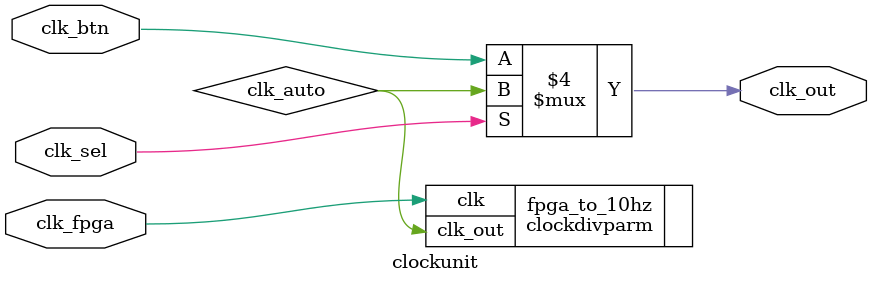
<source format=sv>

module clockunit(
  input bit clk_btn,
  input bit clk_fpga,
  input bit clk_sel,
  output bit clk_out
  );


  bit clk_auto;
  clockdivparm #(5000000) fpga_to_10hz(
    .clk(clk_fpga),
    .clk_out(clk_auto)
  );
  
  always_comb begin
    if (clk_sel == 1'b0)
      clk_out = clk_btn;
    else
      clk_out = clk_auto;
  end

endmodule
</source>
